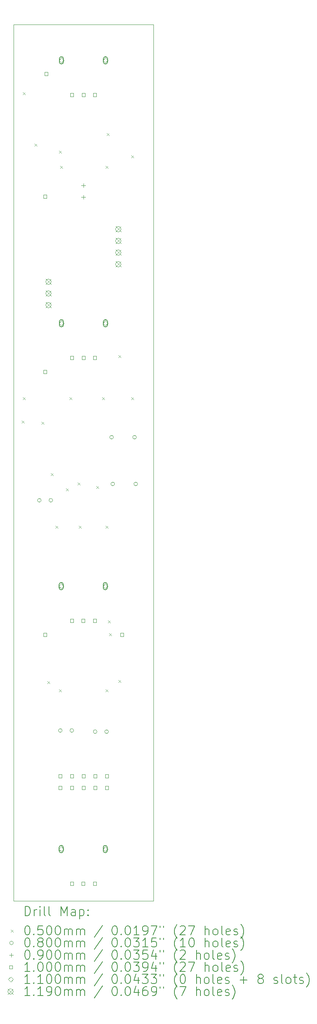
<source format=gbr>
%FSLAX45Y45*%
G04 Gerber Fmt 4.5, Leading zero omitted, Abs format (unit mm)*
G04 Created by KiCad (PCBNEW 6.0.5+dfsg-1~bpo11+1) date 2022-08-16 14:52:49*
%MOMM*%
%LPD*%
G01*
G04 APERTURE LIST*
%TA.AperFunction,Profile*%
%ADD10C,0.100000*%
%TD*%
%ADD11C,0.200000*%
%ADD12C,0.050000*%
%ADD13C,0.080000*%
%ADD14C,0.090000*%
%ADD15C,0.100000*%
%ADD16C,0.110000*%
%ADD17C,0.119000*%
G04 APERTURE END LIST*
D10*
X8636000Y-3810000D02*
X8636000Y-22860000D01*
X8636000Y-22860000D02*
X11684000Y-22860000D01*
X11684000Y-3810000D02*
X8636000Y-3810000D01*
X11684000Y-22860000D02*
X11684000Y-3810000D01*
D11*
D12*
X8814200Y-12421000D02*
X8864200Y-12471000D01*
X8864200Y-12421000D02*
X8814200Y-12471000D01*
X8839600Y-5283600D02*
X8889600Y-5333600D01*
X8889600Y-5283600D02*
X8839600Y-5333600D01*
X8839600Y-11913000D02*
X8889600Y-11963000D01*
X8889600Y-11913000D02*
X8839600Y-11963000D01*
X9093600Y-6401200D02*
X9143600Y-6451200D01*
X9143600Y-6401200D02*
X9093600Y-6451200D01*
X9246000Y-12446400D02*
X9296000Y-12496400D01*
X9296000Y-12446400D02*
X9246000Y-12496400D01*
X9373000Y-18085200D02*
X9423000Y-18135200D01*
X9423000Y-18085200D02*
X9373000Y-18135200D01*
X9449200Y-13564000D02*
X9499200Y-13614000D01*
X9499200Y-13564000D02*
X9449200Y-13614000D01*
X9550800Y-14707000D02*
X9600800Y-14757000D01*
X9600800Y-14707000D02*
X9550800Y-14757000D01*
X9627000Y-6553600D02*
X9677000Y-6603600D01*
X9677000Y-6553600D02*
X9627000Y-6603600D01*
X9627000Y-18263000D02*
X9677000Y-18313000D01*
X9677000Y-18263000D02*
X9627000Y-18313000D01*
X9652400Y-6883800D02*
X9702400Y-6933800D01*
X9702400Y-6883800D02*
X9652400Y-6933800D01*
X9779400Y-13894200D02*
X9829400Y-13944200D01*
X9829400Y-13894200D02*
X9779400Y-13944200D01*
X9855600Y-11913000D02*
X9905600Y-11963000D01*
X9905600Y-11913000D02*
X9855600Y-11963000D01*
X10033400Y-13767200D02*
X10083400Y-13817200D01*
X10083400Y-13767200D02*
X10033400Y-13817200D01*
X10058800Y-14707000D02*
X10108800Y-14757000D01*
X10108800Y-14707000D02*
X10058800Y-14757000D01*
X10439800Y-13843400D02*
X10489800Y-13893400D01*
X10489800Y-13843400D02*
X10439800Y-13893400D01*
X10566800Y-11913000D02*
X10616800Y-11963000D01*
X10616800Y-11913000D02*
X10566800Y-11963000D01*
X10643000Y-6883800D02*
X10693000Y-6933800D01*
X10693000Y-6883800D02*
X10643000Y-6933800D01*
X10643000Y-14707000D02*
X10693000Y-14757000D01*
X10693000Y-14707000D02*
X10643000Y-14757000D01*
X10643000Y-18263000D02*
X10693000Y-18313000D01*
X10693000Y-18263000D02*
X10643000Y-18313000D01*
X10668400Y-6172600D02*
X10718400Y-6222600D01*
X10718400Y-6172600D02*
X10668400Y-6222600D01*
X10693800Y-16764400D02*
X10743800Y-16814400D01*
X10743800Y-16764400D02*
X10693800Y-16814400D01*
X10719200Y-17043800D02*
X10769200Y-17093800D01*
X10769200Y-17043800D02*
X10719200Y-17093800D01*
X10922400Y-10998600D02*
X10972400Y-11048600D01*
X10972400Y-10998600D02*
X10922400Y-11048600D01*
X10922400Y-18059800D02*
X10972400Y-18109800D01*
X10972400Y-18059800D02*
X10922400Y-18109800D01*
X11201800Y-6655200D02*
X11251800Y-6705200D01*
X11251800Y-6655200D02*
X11201800Y-6705200D01*
X11201800Y-11913000D02*
X11251800Y-11963000D01*
X11251800Y-11913000D02*
X11201800Y-11963000D01*
D13*
X9238800Y-14147800D02*
G75*
G03*
X9238800Y-14147800I-40000J0D01*
G01*
X9488800Y-14147800D02*
G75*
G03*
X9488800Y-14147800I-40000J0D01*
G01*
X9696000Y-19151600D02*
G75*
G03*
X9696000Y-19151600I-40000J0D01*
G01*
X9946000Y-19151600D02*
G75*
G03*
X9946000Y-19151600I-40000J0D01*
G01*
X10454000Y-19177000D02*
G75*
G03*
X10454000Y-19177000I-40000J0D01*
G01*
X10704000Y-19177000D02*
G75*
G03*
X10704000Y-19177000I-40000J0D01*
G01*
X10813600Y-12776200D02*
G75*
G03*
X10813600Y-12776200I-40000J0D01*
G01*
X10839000Y-13792200D02*
G75*
G03*
X10839000Y-13792200I-40000J0D01*
G01*
X11313600Y-12776200D02*
G75*
G03*
X11313600Y-12776200I-40000J0D01*
G01*
X11339000Y-13792200D02*
G75*
G03*
X11339000Y-13792200I-40000J0D01*
G01*
D14*
X10160000Y-7258000D02*
X10160000Y-7348000D01*
X10115000Y-7303000D02*
X10205000Y-7303000D01*
X10160000Y-7512000D02*
X10160000Y-7602000D01*
X10115000Y-7557000D02*
X10205000Y-7557000D01*
D15*
X9357156Y-7579156D02*
X9357156Y-7508444D01*
X9286444Y-7508444D01*
X9286444Y-7579156D01*
X9357156Y-7579156D01*
X9357156Y-11389156D02*
X9357156Y-11318444D01*
X9286444Y-11318444D01*
X9286444Y-11389156D01*
X9357156Y-11389156D01*
X9357156Y-17104156D02*
X9357156Y-17033444D01*
X9286444Y-17033444D01*
X9286444Y-17104156D01*
X9357156Y-17104156D01*
X9382556Y-4912156D02*
X9382556Y-4841444D01*
X9311844Y-4841444D01*
X9311844Y-4912156D01*
X9382556Y-4912156D01*
X9687356Y-20176606D02*
X9687356Y-20105894D01*
X9616644Y-20105894D01*
X9616644Y-20176606D01*
X9687356Y-20176606D01*
X9687356Y-20430606D02*
X9687356Y-20359894D01*
X9616644Y-20359894D01*
X9616644Y-20430606D01*
X9687356Y-20430606D01*
X9941356Y-16799356D02*
X9941356Y-16728644D01*
X9870644Y-16728644D01*
X9870644Y-16799356D01*
X9941356Y-16799356D01*
X9941356Y-20176606D02*
X9941356Y-20105894D01*
X9870644Y-20105894D01*
X9870644Y-20176606D01*
X9941356Y-20176606D01*
X9941356Y-20430606D02*
X9941356Y-20359894D01*
X9870644Y-20359894D01*
X9870644Y-20430606D01*
X9941356Y-20430606D01*
X9941356Y-22514356D02*
X9941356Y-22443644D01*
X9870644Y-22443644D01*
X9870644Y-22514356D01*
X9941356Y-22514356D01*
X9945356Y-5369356D02*
X9945356Y-5298644D01*
X9874644Y-5298644D01*
X9874644Y-5369356D01*
X9945356Y-5369356D01*
X9945356Y-11084356D02*
X9945356Y-11013644D01*
X9874644Y-11013644D01*
X9874644Y-11084356D01*
X9945356Y-11084356D01*
X10191356Y-16799356D02*
X10191356Y-16728644D01*
X10120644Y-16728644D01*
X10120644Y-16799356D01*
X10191356Y-16799356D01*
X10191356Y-22514356D02*
X10191356Y-22443644D01*
X10120644Y-22443644D01*
X10120644Y-22514356D01*
X10191356Y-22514356D01*
X10195356Y-5369356D02*
X10195356Y-5298644D01*
X10124644Y-5298644D01*
X10124644Y-5369356D01*
X10195356Y-5369356D01*
X10195356Y-11084356D02*
X10195356Y-11013644D01*
X10124644Y-11013644D01*
X10124644Y-11084356D01*
X10195356Y-11084356D01*
X10195356Y-20176606D02*
X10195356Y-20105894D01*
X10124644Y-20105894D01*
X10124644Y-20176606D01*
X10195356Y-20176606D01*
X10195356Y-20430606D02*
X10195356Y-20359894D01*
X10124644Y-20359894D01*
X10124644Y-20430606D01*
X10195356Y-20430606D01*
X10441356Y-16799356D02*
X10441356Y-16728644D01*
X10370644Y-16728644D01*
X10370644Y-16799356D01*
X10441356Y-16799356D01*
X10441356Y-22514356D02*
X10441356Y-22443644D01*
X10370644Y-22443644D01*
X10370644Y-22514356D01*
X10441356Y-22514356D01*
X10445356Y-5369356D02*
X10445356Y-5298644D01*
X10374644Y-5298644D01*
X10374644Y-5369356D01*
X10445356Y-5369356D01*
X10445356Y-11084356D02*
X10445356Y-11013644D01*
X10374644Y-11013644D01*
X10374644Y-11084356D01*
X10445356Y-11084356D01*
X10449356Y-20176606D02*
X10449356Y-20105894D01*
X10378644Y-20105894D01*
X10378644Y-20176606D01*
X10449356Y-20176606D01*
X10449356Y-20430606D02*
X10449356Y-20359894D01*
X10378644Y-20359894D01*
X10378644Y-20430606D01*
X10449356Y-20430606D01*
X10703356Y-20176606D02*
X10703356Y-20105894D01*
X10632644Y-20105894D01*
X10632644Y-20176606D01*
X10703356Y-20176606D01*
X10703356Y-20430606D02*
X10703356Y-20359894D01*
X10632644Y-20359894D01*
X10632644Y-20430606D01*
X10703356Y-20430606D01*
X11033556Y-17104156D02*
X11033556Y-17033444D01*
X10962844Y-17033444D01*
X10962844Y-17104156D01*
X11033556Y-17104156D01*
D16*
X9676000Y-16069000D02*
X9731000Y-16014000D01*
X9676000Y-15959000D01*
X9621000Y-16014000D01*
X9676000Y-16069000D01*
D11*
X9721000Y-16049000D02*
X9721000Y-15979000D01*
X9631000Y-16049000D02*
X9631000Y-15979000D01*
X9721000Y-15979000D02*
G75*
G03*
X9631000Y-15979000I-45000J0D01*
G01*
X9631000Y-16049000D02*
G75*
G03*
X9721000Y-16049000I45000J0D01*
G01*
D16*
X9676000Y-21784000D02*
X9731000Y-21729000D01*
X9676000Y-21674000D01*
X9621000Y-21729000D01*
X9676000Y-21784000D01*
D11*
X9721000Y-21764000D02*
X9721000Y-21694000D01*
X9631000Y-21764000D02*
X9631000Y-21694000D01*
X9721000Y-21694000D02*
G75*
G03*
X9631000Y-21694000I-45000J0D01*
G01*
X9631000Y-21764000D02*
G75*
G03*
X9721000Y-21764000I45000J0D01*
G01*
D16*
X9680000Y-4639000D02*
X9735000Y-4584000D01*
X9680000Y-4529000D01*
X9625000Y-4584000D01*
X9680000Y-4639000D01*
D11*
X9725000Y-4619000D02*
X9725000Y-4549000D01*
X9635000Y-4619000D02*
X9635000Y-4549000D01*
X9725000Y-4549000D02*
G75*
G03*
X9635000Y-4549000I-45000J0D01*
G01*
X9635000Y-4619000D02*
G75*
G03*
X9725000Y-4619000I45000J0D01*
G01*
D16*
X9680000Y-10354000D02*
X9735000Y-10299000D01*
X9680000Y-10244000D01*
X9625000Y-10299000D01*
X9680000Y-10354000D01*
D11*
X9725000Y-10334000D02*
X9725000Y-10264000D01*
X9635000Y-10334000D02*
X9635000Y-10264000D01*
X9725000Y-10264000D02*
G75*
G03*
X9635000Y-10264000I-45000J0D01*
G01*
X9635000Y-10334000D02*
G75*
G03*
X9725000Y-10334000I45000J0D01*
G01*
D16*
X10636000Y-16069000D02*
X10691000Y-16014000D01*
X10636000Y-15959000D01*
X10581000Y-16014000D01*
X10636000Y-16069000D01*
D11*
X10681000Y-16049000D02*
X10681000Y-15979000D01*
X10591000Y-16049000D02*
X10591000Y-15979000D01*
X10681000Y-15979000D02*
G75*
G03*
X10591000Y-15979000I-45000J0D01*
G01*
X10591000Y-16049000D02*
G75*
G03*
X10681000Y-16049000I45000J0D01*
G01*
D16*
X10636000Y-21784000D02*
X10691000Y-21729000D01*
X10636000Y-21674000D01*
X10581000Y-21729000D01*
X10636000Y-21784000D01*
D11*
X10681000Y-21764000D02*
X10681000Y-21694000D01*
X10591000Y-21764000D02*
X10591000Y-21694000D01*
X10681000Y-21694000D02*
G75*
G03*
X10591000Y-21694000I-45000J0D01*
G01*
X10591000Y-21764000D02*
G75*
G03*
X10681000Y-21764000I45000J0D01*
G01*
D16*
X10640000Y-4639000D02*
X10695000Y-4584000D01*
X10640000Y-4529000D01*
X10585000Y-4584000D01*
X10640000Y-4639000D01*
D11*
X10685000Y-4619000D02*
X10685000Y-4549000D01*
X10595000Y-4619000D02*
X10595000Y-4549000D01*
X10685000Y-4549000D02*
G75*
G03*
X10595000Y-4549000I-45000J0D01*
G01*
X10595000Y-4619000D02*
G75*
G03*
X10685000Y-4619000I45000J0D01*
G01*
D16*
X10640000Y-10354000D02*
X10695000Y-10299000D01*
X10640000Y-10244000D01*
X10585000Y-10299000D01*
X10640000Y-10354000D01*
D11*
X10685000Y-10334000D02*
X10685000Y-10264000D01*
X10595000Y-10334000D02*
X10595000Y-10264000D01*
X10685000Y-10264000D02*
G75*
G03*
X10595000Y-10264000I-45000J0D01*
G01*
X10595000Y-10334000D02*
G75*
G03*
X10685000Y-10334000I45000J0D01*
G01*
D17*
X9338500Y-9338500D02*
X9457500Y-9457500D01*
X9457500Y-9338500D02*
X9338500Y-9457500D01*
X9457500Y-9398000D02*
G75*
G03*
X9457500Y-9398000I-59500J0D01*
G01*
X9338500Y-9592500D02*
X9457500Y-9711500D01*
X9457500Y-9592500D02*
X9338500Y-9711500D01*
X9457500Y-9652000D02*
G75*
G03*
X9457500Y-9652000I-59500J0D01*
G01*
X9338500Y-9846500D02*
X9457500Y-9965500D01*
X9457500Y-9846500D02*
X9338500Y-9965500D01*
X9457500Y-9906000D02*
G75*
G03*
X9457500Y-9906000I-59500J0D01*
G01*
X10860500Y-8195500D02*
X10979500Y-8314500D01*
X10979500Y-8195500D02*
X10860500Y-8314500D01*
X10979500Y-8255000D02*
G75*
G03*
X10979500Y-8255000I-59500J0D01*
G01*
X10860500Y-8449500D02*
X10979500Y-8568500D01*
X10979500Y-8449500D02*
X10860500Y-8568500D01*
X10979500Y-8509000D02*
G75*
G03*
X10979500Y-8509000I-59500J0D01*
G01*
X10860500Y-8703500D02*
X10979500Y-8822500D01*
X10979500Y-8703500D02*
X10860500Y-8822500D01*
X10979500Y-8763000D02*
G75*
G03*
X10979500Y-8763000I-59500J0D01*
G01*
X10860500Y-8957500D02*
X10979500Y-9076500D01*
X10979500Y-8957500D02*
X10860500Y-9076500D01*
X10979500Y-9017000D02*
G75*
G03*
X10979500Y-9017000I-59500J0D01*
G01*
D11*
X8888619Y-23175476D02*
X8888619Y-22975476D01*
X8936238Y-22975476D01*
X8964810Y-22985000D01*
X8983857Y-23004048D01*
X8993381Y-23023095D01*
X9002905Y-23061190D01*
X9002905Y-23089762D01*
X8993381Y-23127857D01*
X8983857Y-23146905D01*
X8964810Y-23165952D01*
X8936238Y-23175476D01*
X8888619Y-23175476D01*
X9088619Y-23175476D02*
X9088619Y-23042143D01*
X9088619Y-23080238D02*
X9098143Y-23061190D01*
X9107667Y-23051667D01*
X9126714Y-23042143D01*
X9145762Y-23042143D01*
X9212429Y-23175476D02*
X9212429Y-23042143D01*
X9212429Y-22975476D02*
X9202905Y-22985000D01*
X9212429Y-22994524D01*
X9221952Y-22985000D01*
X9212429Y-22975476D01*
X9212429Y-22994524D01*
X9336238Y-23175476D02*
X9317190Y-23165952D01*
X9307667Y-23146905D01*
X9307667Y-22975476D01*
X9441000Y-23175476D02*
X9421952Y-23165952D01*
X9412429Y-23146905D01*
X9412429Y-22975476D01*
X9669571Y-23175476D02*
X9669571Y-22975476D01*
X9736238Y-23118333D01*
X9802905Y-22975476D01*
X9802905Y-23175476D01*
X9983857Y-23175476D02*
X9983857Y-23070714D01*
X9974333Y-23051667D01*
X9955286Y-23042143D01*
X9917190Y-23042143D01*
X9898143Y-23051667D01*
X9983857Y-23165952D02*
X9964810Y-23175476D01*
X9917190Y-23175476D01*
X9898143Y-23165952D01*
X9888619Y-23146905D01*
X9888619Y-23127857D01*
X9898143Y-23108809D01*
X9917190Y-23099286D01*
X9964810Y-23099286D01*
X9983857Y-23089762D01*
X10079095Y-23042143D02*
X10079095Y-23242143D01*
X10079095Y-23051667D02*
X10098143Y-23042143D01*
X10136238Y-23042143D01*
X10155286Y-23051667D01*
X10164810Y-23061190D01*
X10174333Y-23080238D01*
X10174333Y-23137381D01*
X10164810Y-23156428D01*
X10155286Y-23165952D01*
X10136238Y-23175476D01*
X10098143Y-23175476D01*
X10079095Y-23165952D01*
X10260048Y-23156428D02*
X10269571Y-23165952D01*
X10260048Y-23175476D01*
X10250524Y-23165952D01*
X10260048Y-23156428D01*
X10260048Y-23175476D01*
X10260048Y-23051667D02*
X10269571Y-23061190D01*
X10260048Y-23070714D01*
X10250524Y-23061190D01*
X10260048Y-23051667D01*
X10260048Y-23070714D01*
D12*
X8581000Y-23480000D02*
X8631000Y-23530000D01*
X8631000Y-23480000D02*
X8581000Y-23530000D01*
D11*
X8926714Y-23395476D02*
X8945762Y-23395476D01*
X8964810Y-23405000D01*
X8974333Y-23414524D01*
X8983857Y-23433571D01*
X8993381Y-23471667D01*
X8993381Y-23519286D01*
X8983857Y-23557381D01*
X8974333Y-23576428D01*
X8964810Y-23585952D01*
X8945762Y-23595476D01*
X8926714Y-23595476D01*
X8907667Y-23585952D01*
X8898143Y-23576428D01*
X8888619Y-23557381D01*
X8879095Y-23519286D01*
X8879095Y-23471667D01*
X8888619Y-23433571D01*
X8898143Y-23414524D01*
X8907667Y-23405000D01*
X8926714Y-23395476D01*
X9079095Y-23576428D02*
X9088619Y-23585952D01*
X9079095Y-23595476D01*
X9069571Y-23585952D01*
X9079095Y-23576428D01*
X9079095Y-23595476D01*
X9269571Y-23395476D02*
X9174333Y-23395476D01*
X9164810Y-23490714D01*
X9174333Y-23481190D01*
X9193381Y-23471667D01*
X9241000Y-23471667D01*
X9260048Y-23481190D01*
X9269571Y-23490714D01*
X9279095Y-23509762D01*
X9279095Y-23557381D01*
X9269571Y-23576428D01*
X9260048Y-23585952D01*
X9241000Y-23595476D01*
X9193381Y-23595476D01*
X9174333Y-23585952D01*
X9164810Y-23576428D01*
X9402905Y-23395476D02*
X9421952Y-23395476D01*
X9441000Y-23405000D01*
X9450524Y-23414524D01*
X9460048Y-23433571D01*
X9469571Y-23471667D01*
X9469571Y-23519286D01*
X9460048Y-23557381D01*
X9450524Y-23576428D01*
X9441000Y-23585952D01*
X9421952Y-23595476D01*
X9402905Y-23595476D01*
X9383857Y-23585952D01*
X9374333Y-23576428D01*
X9364810Y-23557381D01*
X9355286Y-23519286D01*
X9355286Y-23471667D01*
X9364810Y-23433571D01*
X9374333Y-23414524D01*
X9383857Y-23405000D01*
X9402905Y-23395476D01*
X9593381Y-23395476D02*
X9612429Y-23395476D01*
X9631476Y-23405000D01*
X9641000Y-23414524D01*
X9650524Y-23433571D01*
X9660048Y-23471667D01*
X9660048Y-23519286D01*
X9650524Y-23557381D01*
X9641000Y-23576428D01*
X9631476Y-23585952D01*
X9612429Y-23595476D01*
X9593381Y-23595476D01*
X9574333Y-23585952D01*
X9564810Y-23576428D01*
X9555286Y-23557381D01*
X9545762Y-23519286D01*
X9545762Y-23471667D01*
X9555286Y-23433571D01*
X9564810Y-23414524D01*
X9574333Y-23405000D01*
X9593381Y-23395476D01*
X9745762Y-23595476D02*
X9745762Y-23462143D01*
X9745762Y-23481190D02*
X9755286Y-23471667D01*
X9774333Y-23462143D01*
X9802905Y-23462143D01*
X9821952Y-23471667D01*
X9831476Y-23490714D01*
X9831476Y-23595476D01*
X9831476Y-23490714D02*
X9841000Y-23471667D01*
X9860048Y-23462143D01*
X9888619Y-23462143D01*
X9907667Y-23471667D01*
X9917190Y-23490714D01*
X9917190Y-23595476D01*
X10012429Y-23595476D02*
X10012429Y-23462143D01*
X10012429Y-23481190D02*
X10021952Y-23471667D01*
X10041000Y-23462143D01*
X10069571Y-23462143D01*
X10088619Y-23471667D01*
X10098143Y-23490714D01*
X10098143Y-23595476D01*
X10098143Y-23490714D02*
X10107667Y-23471667D01*
X10126714Y-23462143D01*
X10155286Y-23462143D01*
X10174333Y-23471667D01*
X10183857Y-23490714D01*
X10183857Y-23595476D01*
X10574333Y-23385952D02*
X10402905Y-23643095D01*
X10831476Y-23395476D02*
X10850524Y-23395476D01*
X10869571Y-23405000D01*
X10879095Y-23414524D01*
X10888619Y-23433571D01*
X10898143Y-23471667D01*
X10898143Y-23519286D01*
X10888619Y-23557381D01*
X10879095Y-23576428D01*
X10869571Y-23585952D01*
X10850524Y-23595476D01*
X10831476Y-23595476D01*
X10812429Y-23585952D01*
X10802905Y-23576428D01*
X10793381Y-23557381D01*
X10783857Y-23519286D01*
X10783857Y-23471667D01*
X10793381Y-23433571D01*
X10802905Y-23414524D01*
X10812429Y-23405000D01*
X10831476Y-23395476D01*
X10983857Y-23576428D02*
X10993381Y-23585952D01*
X10983857Y-23595476D01*
X10974333Y-23585952D01*
X10983857Y-23576428D01*
X10983857Y-23595476D01*
X11117190Y-23395476D02*
X11136238Y-23395476D01*
X11155286Y-23405000D01*
X11164810Y-23414524D01*
X11174333Y-23433571D01*
X11183857Y-23471667D01*
X11183857Y-23519286D01*
X11174333Y-23557381D01*
X11164810Y-23576428D01*
X11155286Y-23585952D01*
X11136238Y-23595476D01*
X11117190Y-23595476D01*
X11098143Y-23585952D01*
X11088619Y-23576428D01*
X11079095Y-23557381D01*
X11069571Y-23519286D01*
X11069571Y-23471667D01*
X11079095Y-23433571D01*
X11088619Y-23414524D01*
X11098143Y-23405000D01*
X11117190Y-23395476D01*
X11374333Y-23595476D02*
X11260048Y-23595476D01*
X11317190Y-23595476D02*
X11317190Y-23395476D01*
X11298143Y-23424048D01*
X11279095Y-23443095D01*
X11260048Y-23452619D01*
X11469571Y-23595476D02*
X11507667Y-23595476D01*
X11526714Y-23585952D01*
X11536238Y-23576428D01*
X11555286Y-23547857D01*
X11564809Y-23509762D01*
X11564809Y-23433571D01*
X11555286Y-23414524D01*
X11545762Y-23405000D01*
X11526714Y-23395476D01*
X11488619Y-23395476D01*
X11469571Y-23405000D01*
X11460048Y-23414524D01*
X11450524Y-23433571D01*
X11450524Y-23481190D01*
X11460048Y-23500238D01*
X11469571Y-23509762D01*
X11488619Y-23519286D01*
X11526714Y-23519286D01*
X11545762Y-23509762D01*
X11555286Y-23500238D01*
X11564809Y-23481190D01*
X11631476Y-23395476D02*
X11764809Y-23395476D01*
X11679095Y-23595476D01*
X11831476Y-23395476D02*
X11831476Y-23433571D01*
X11907667Y-23395476D02*
X11907667Y-23433571D01*
X12202905Y-23671667D02*
X12193381Y-23662143D01*
X12174333Y-23633571D01*
X12164809Y-23614524D01*
X12155286Y-23585952D01*
X12145762Y-23538333D01*
X12145762Y-23500238D01*
X12155286Y-23452619D01*
X12164809Y-23424048D01*
X12174333Y-23405000D01*
X12193381Y-23376428D01*
X12202905Y-23366905D01*
X12269571Y-23414524D02*
X12279095Y-23405000D01*
X12298143Y-23395476D01*
X12345762Y-23395476D01*
X12364809Y-23405000D01*
X12374333Y-23414524D01*
X12383857Y-23433571D01*
X12383857Y-23452619D01*
X12374333Y-23481190D01*
X12260048Y-23595476D01*
X12383857Y-23595476D01*
X12450524Y-23395476D02*
X12583857Y-23395476D01*
X12498143Y-23595476D01*
X12812428Y-23595476D02*
X12812428Y-23395476D01*
X12898143Y-23595476D02*
X12898143Y-23490714D01*
X12888619Y-23471667D01*
X12869571Y-23462143D01*
X12841000Y-23462143D01*
X12821952Y-23471667D01*
X12812428Y-23481190D01*
X13021952Y-23595476D02*
X13002905Y-23585952D01*
X12993381Y-23576428D01*
X12983857Y-23557381D01*
X12983857Y-23500238D01*
X12993381Y-23481190D01*
X13002905Y-23471667D01*
X13021952Y-23462143D01*
X13050524Y-23462143D01*
X13069571Y-23471667D01*
X13079095Y-23481190D01*
X13088619Y-23500238D01*
X13088619Y-23557381D01*
X13079095Y-23576428D01*
X13069571Y-23585952D01*
X13050524Y-23595476D01*
X13021952Y-23595476D01*
X13202905Y-23595476D02*
X13183857Y-23585952D01*
X13174333Y-23566905D01*
X13174333Y-23395476D01*
X13355286Y-23585952D02*
X13336238Y-23595476D01*
X13298143Y-23595476D01*
X13279095Y-23585952D01*
X13269571Y-23566905D01*
X13269571Y-23490714D01*
X13279095Y-23471667D01*
X13298143Y-23462143D01*
X13336238Y-23462143D01*
X13355286Y-23471667D01*
X13364809Y-23490714D01*
X13364809Y-23509762D01*
X13269571Y-23528809D01*
X13441000Y-23585952D02*
X13460048Y-23595476D01*
X13498143Y-23595476D01*
X13517190Y-23585952D01*
X13526714Y-23566905D01*
X13526714Y-23557381D01*
X13517190Y-23538333D01*
X13498143Y-23528809D01*
X13469571Y-23528809D01*
X13450524Y-23519286D01*
X13441000Y-23500238D01*
X13441000Y-23490714D01*
X13450524Y-23471667D01*
X13469571Y-23462143D01*
X13498143Y-23462143D01*
X13517190Y-23471667D01*
X13593381Y-23671667D02*
X13602905Y-23662143D01*
X13621952Y-23633571D01*
X13631476Y-23614524D01*
X13641000Y-23585952D01*
X13650524Y-23538333D01*
X13650524Y-23500238D01*
X13641000Y-23452619D01*
X13631476Y-23424048D01*
X13621952Y-23405000D01*
X13602905Y-23376428D01*
X13593381Y-23366905D01*
D13*
X8631000Y-23769000D02*
G75*
G03*
X8631000Y-23769000I-40000J0D01*
G01*
D11*
X8926714Y-23659476D02*
X8945762Y-23659476D01*
X8964810Y-23669000D01*
X8974333Y-23678524D01*
X8983857Y-23697571D01*
X8993381Y-23735667D01*
X8993381Y-23783286D01*
X8983857Y-23821381D01*
X8974333Y-23840428D01*
X8964810Y-23849952D01*
X8945762Y-23859476D01*
X8926714Y-23859476D01*
X8907667Y-23849952D01*
X8898143Y-23840428D01*
X8888619Y-23821381D01*
X8879095Y-23783286D01*
X8879095Y-23735667D01*
X8888619Y-23697571D01*
X8898143Y-23678524D01*
X8907667Y-23669000D01*
X8926714Y-23659476D01*
X9079095Y-23840428D02*
X9088619Y-23849952D01*
X9079095Y-23859476D01*
X9069571Y-23849952D01*
X9079095Y-23840428D01*
X9079095Y-23859476D01*
X9202905Y-23745190D02*
X9183857Y-23735667D01*
X9174333Y-23726143D01*
X9164810Y-23707095D01*
X9164810Y-23697571D01*
X9174333Y-23678524D01*
X9183857Y-23669000D01*
X9202905Y-23659476D01*
X9241000Y-23659476D01*
X9260048Y-23669000D01*
X9269571Y-23678524D01*
X9279095Y-23697571D01*
X9279095Y-23707095D01*
X9269571Y-23726143D01*
X9260048Y-23735667D01*
X9241000Y-23745190D01*
X9202905Y-23745190D01*
X9183857Y-23754714D01*
X9174333Y-23764238D01*
X9164810Y-23783286D01*
X9164810Y-23821381D01*
X9174333Y-23840428D01*
X9183857Y-23849952D01*
X9202905Y-23859476D01*
X9241000Y-23859476D01*
X9260048Y-23849952D01*
X9269571Y-23840428D01*
X9279095Y-23821381D01*
X9279095Y-23783286D01*
X9269571Y-23764238D01*
X9260048Y-23754714D01*
X9241000Y-23745190D01*
X9402905Y-23659476D02*
X9421952Y-23659476D01*
X9441000Y-23669000D01*
X9450524Y-23678524D01*
X9460048Y-23697571D01*
X9469571Y-23735667D01*
X9469571Y-23783286D01*
X9460048Y-23821381D01*
X9450524Y-23840428D01*
X9441000Y-23849952D01*
X9421952Y-23859476D01*
X9402905Y-23859476D01*
X9383857Y-23849952D01*
X9374333Y-23840428D01*
X9364810Y-23821381D01*
X9355286Y-23783286D01*
X9355286Y-23735667D01*
X9364810Y-23697571D01*
X9374333Y-23678524D01*
X9383857Y-23669000D01*
X9402905Y-23659476D01*
X9593381Y-23659476D02*
X9612429Y-23659476D01*
X9631476Y-23669000D01*
X9641000Y-23678524D01*
X9650524Y-23697571D01*
X9660048Y-23735667D01*
X9660048Y-23783286D01*
X9650524Y-23821381D01*
X9641000Y-23840428D01*
X9631476Y-23849952D01*
X9612429Y-23859476D01*
X9593381Y-23859476D01*
X9574333Y-23849952D01*
X9564810Y-23840428D01*
X9555286Y-23821381D01*
X9545762Y-23783286D01*
X9545762Y-23735667D01*
X9555286Y-23697571D01*
X9564810Y-23678524D01*
X9574333Y-23669000D01*
X9593381Y-23659476D01*
X9745762Y-23859476D02*
X9745762Y-23726143D01*
X9745762Y-23745190D02*
X9755286Y-23735667D01*
X9774333Y-23726143D01*
X9802905Y-23726143D01*
X9821952Y-23735667D01*
X9831476Y-23754714D01*
X9831476Y-23859476D01*
X9831476Y-23754714D02*
X9841000Y-23735667D01*
X9860048Y-23726143D01*
X9888619Y-23726143D01*
X9907667Y-23735667D01*
X9917190Y-23754714D01*
X9917190Y-23859476D01*
X10012429Y-23859476D02*
X10012429Y-23726143D01*
X10012429Y-23745190D02*
X10021952Y-23735667D01*
X10041000Y-23726143D01*
X10069571Y-23726143D01*
X10088619Y-23735667D01*
X10098143Y-23754714D01*
X10098143Y-23859476D01*
X10098143Y-23754714D02*
X10107667Y-23735667D01*
X10126714Y-23726143D01*
X10155286Y-23726143D01*
X10174333Y-23735667D01*
X10183857Y-23754714D01*
X10183857Y-23859476D01*
X10574333Y-23649952D02*
X10402905Y-23907095D01*
X10831476Y-23659476D02*
X10850524Y-23659476D01*
X10869571Y-23669000D01*
X10879095Y-23678524D01*
X10888619Y-23697571D01*
X10898143Y-23735667D01*
X10898143Y-23783286D01*
X10888619Y-23821381D01*
X10879095Y-23840428D01*
X10869571Y-23849952D01*
X10850524Y-23859476D01*
X10831476Y-23859476D01*
X10812429Y-23849952D01*
X10802905Y-23840428D01*
X10793381Y-23821381D01*
X10783857Y-23783286D01*
X10783857Y-23735667D01*
X10793381Y-23697571D01*
X10802905Y-23678524D01*
X10812429Y-23669000D01*
X10831476Y-23659476D01*
X10983857Y-23840428D02*
X10993381Y-23849952D01*
X10983857Y-23859476D01*
X10974333Y-23849952D01*
X10983857Y-23840428D01*
X10983857Y-23859476D01*
X11117190Y-23659476D02*
X11136238Y-23659476D01*
X11155286Y-23669000D01*
X11164810Y-23678524D01*
X11174333Y-23697571D01*
X11183857Y-23735667D01*
X11183857Y-23783286D01*
X11174333Y-23821381D01*
X11164810Y-23840428D01*
X11155286Y-23849952D01*
X11136238Y-23859476D01*
X11117190Y-23859476D01*
X11098143Y-23849952D01*
X11088619Y-23840428D01*
X11079095Y-23821381D01*
X11069571Y-23783286D01*
X11069571Y-23735667D01*
X11079095Y-23697571D01*
X11088619Y-23678524D01*
X11098143Y-23669000D01*
X11117190Y-23659476D01*
X11250524Y-23659476D02*
X11374333Y-23659476D01*
X11307667Y-23735667D01*
X11336238Y-23735667D01*
X11355286Y-23745190D01*
X11364809Y-23754714D01*
X11374333Y-23773762D01*
X11374333Y-23821381D01*
X11364809Y-23840428D01*
X11355286Y-23849952D01*
X11336238Y-23859476D01*
X11279095Y-23859476D01*
X11260048Y-23849952D01*
X11250524Y-23840428D01*
X11564809Y-23859476D02*
X11450524Y-23859476D01*
X11507667Y-23859476D02*
X11507667Y-23659476D01*
X11488619Y-23688048D01*
X11469571Y-23707095D01*
X11450524Y-23716619D01*
X11745762Y-23659476D02*
X11650524Y-23659476D01*
X11641000Y-23754714D01*
X11650524Y-23745190D01*
X11669571Y-23735667D01*
X11717190Y-23735667D01*
X11736238Y-23745190D01*
X11745762Y-23754714D01*
X11755286Y-23773762D01*
X11755286Y-23821381D01*
X11745762Y-23840428D01*
X11736238Y-23849952D01*
X11717190Y-23859476D01*
X11669571Y-23859476D01*
X11650524Y-23849952D01*
X11641000Y-23840428D01*
X11831476Y-23659476D02*
X11831476Y-23697571D01*
X11907667Y-23659476D02*
X11907667Y-23697571D01*
X12202905Y-23935667D02*
X12193381Y-23926143D01*
X12174333Y-23897571D01*
X12164809Y-23878524D01*
X12155286Y-23849952D01*
X12145762Y-23802333D01*
X12145762Y-23764238D01*
X12155286Y-23716619D01*
X12164809Y-23688048D01*
X12174333Y-23669000D01*
X12193381Y-23640428D01*
X12202905Y-23630905D01*
X12383857Y-23859476D02*
X12269571Y-23859476D01*
X12326714Y-23859476D02*
X12326714Y-23659476D01*
X12307667Y-23688048D01*
X12288619Y-23707095D01*
X12269571Y-23716619D01*
X12507667Y-23659476D02*
X12526714Y-23659476D01*
X12545762Y-23669000D01*
X12555286Y-23678524D01*
X12564809Y-23697571D01*
X12574333Y-23735667D01*
X12574333Y-23783286D01*
X12564809Y-23821381D01*
X12555286Y-23840428D01*
X12545762Y-23849952D01*
X12526714Y-23859476D01*
X12507667Y-23859476D01*
X12488619Y-23849952D01*
X12479095Y-23840428D01*
X12469571Y-23821381D01*
X12460048Y-23783286D01*
X12460048Y-23735667D01*
X12469571Y-23697571D01*
X12479095Y-23678524D01*
X12488619Y-23669000D01*
X12507667Y-23659476D01*
X12812428Y-23859476D02*
X12812428Y-23659476D01*
X12898143Y-23859476D02*
X12898143Y-23754714D01*
X12888619Y-23735667D01*
X12869571Y-23726143D01*
X12841000Y-23726143D01*
X12821952Y-23735667D01*
X12812428Y-23745190D01*
X13021952Y-23859476D02*
X13002905Y-23849952D01*
X12993381Y-23840428D01*
X12983857Y-23821381D01*
X12983857Y-23764238D01*
X12993381Y-23745190D01*
X13002905Y-23735667D01*
X13021952Y-23726143D01*
X13050524Y-23726143D01*
X13069571Y-23735667D01*
X13079095Y-23745190D01*
X13088619Y-23764238D01*
X13088619Y-23821381D01*
X13079095Y-23840428D01*
X13069571Y-23849952D01*
X13050524Y-23859476D01*
X13021952Y-23859476D01*
X13202905Y-23859476D02*
X13183857Y-23849952D01*
X13174333Y-23830905D01*
X13174333Y-23659476D01*
X13355286Y-23849952D02*
X13336238Y-23859476D01*
X13298143Y-23859476D01*
X13279095Y-23849952D01*
X13269571Y-23830905D01*
X13269571Y-23754714D01*
X13279095Y-23735667D01*
X13298143Y-23726143D01*
X13336238Y-23726143D01*
X13355286Y-23735667D01*
X13364809Y-23754714D01*
X13364809Y-23773762D01*
X13269571Y-23792809D01*
X13441000Y-23849952D02*
X13460048Y-23859476D01*
X13498143Y-23859476D01*
X13517190Y-23849952D01*
X13526714Y-23830905D01*
X13526714Y-23821381D01*
X13517190Y-23802333D01*
X13498143Y-23792809D01*
X13469571Y-23792809D01*
X13450524Y-23783286D01*
X13441000Y-23764238D01*
X13441000Y-23754714D01*
X13450524Y-23735667D01*
X13469571Y-23726143D01*
X13498143Y-23726143D01*
X13517190Y-23735667D01*
X13593381Y-23935667D02*
X13602905Y-23926143D01*
X13621952Y-23897571D01*
X13631476Y-23878524D01*
X13641000Y-23849952D01*
X13650524Y-23802333D01*
X13650524Y-23764238D01*
X13641000Y-23716619D01*
X13631476Y-23688048D01*
X13621952Y-23669000D01*
X13602905Y-23640428D01*
X13593381Y-23630905D01*
D14*
X8586000Y-23988000D02*
X8586000Y-24078000D01*
X8541000Y-24033000D02*
X8631000Y-24033000D01*
D11*
X8926714Y-23923476D02*
X8945762Y-23923476D01*
X8964810Y-23933000D01*
X8974333Y-23942524D01*
X8983857Y-23961571D01*
X8993381Y-23999667D01*
X8993381Y-24047286D01*
X8983857Y-24085381D01*
X8974333Y-24104428D01*
X8964810Y-24113952D01*
X8945762Y-24123476D01*
X8926714Y-24123476D01*
X8907667Y-24113952D01*
X8898143Y-24104428D01*
X8888619Y-24085381D01*
X8879095Y-24047286D01*
X8879095Y-23999667D01*
X8888619Y-23961571D01*
X8898143Y-23942524D01*
X8907667Y-23933000D01*
X8926714Y-23923476D01*
X9079095Y-24104428D02*
X9088619Y-24113952D01*
X9079095Y-24123476D01*
X9069571Y-24113952D01*
X9079095Y-24104428D01*
X9079095Y-24123476D01*
X9183857Y-24123476D02*
X9221952Y-24123476D01*
X9241000Y-24113952D01*
X9250524Y-24104428D01*
X9269571Y-24075857D01*
X9279095Y-24037762D01*
X9279095Y-23961571D01*
X9269571Y-23942524D01*
X9260048Y-23933000D01*
X9241000Y-23923476D01*
X9202905Y-23923476D01*
X9183857Y-23933000D01*
X9174333Y-23942524D01*
X9164810Y-23961571D01*
X9164810Y-24009190D01*
X9174333Y-24028238D01*
X9183857Y-24037762D01*
X9202905Y-24047286D01*
X9241000Y-24047286D01*
X9260048Y-24037762D01*
X9269571Y-24028238D01*
X9279095Y-24009190D01*
X9402905Y-23923476D02*
X9421952Y-23923476D01*
X9441000Y-23933000D01*
X9450524Y-23942524D01*
X9460048Y-23961571D01*
X9469571Y-23999667D01*
X9469571Y-24047286D01*
X9460048Y-24085381D01*
X9450524Y-24104428D01*
X9441000Y-24113952D01*
X9421952Y-24123476D01*
X9402905Y-24123476D01*
X9383857Y-24113952D01*
X9374333Y-24104428D01*
X9364810Y-24085381D01*
X9355286Y-24047286D01*
X9355286Y-23999667D01*
X9364810Y-23961571D01*
X9374333Y-23942524D01*
X9383857Y-23933000D01*
X9402905Y-23923476D01*
X9593381Y-23923476D02*
X9612429Y-23923476D01*
X9631476Y-23933000D01*
X9641000Y-23942524D01*
X9650524Y-23961571D01*
X9660048Y-23999667D01*
X9660048Y-24047286D01*
X9650524Y-24085381D01*
X9641000Y-24104428D01*
X9631476Y-24113952D01*
X9612429Y-24123476D01*
X9593381Y-24123476D01*
X9574333Y-24113952D01*
X9564810Y-24104428D01*
X9555286Y-24085381D01*
X9545762Y-24047286D01*
X9545762Y-23999667D01*
X9555286Y-23961571D01*
X9564810Y-23942524D01*
X9574333Y-23933000D01*
X9593381Y-23923476D01*
X9745762Y-24123476D02*
X9745762Y-23990143D01*
X9745762Y-24009190D02*
X9755286Y-23999667D01*
X9774333Y-23990143D01*
X9802905Y-23990143D01*
X9821952Y-23999667D01*
X9831476Y-24018714D01*
X9831476Y-24123476D01*
X9831476Y-24018714D02*
X9841000Y-23999667D01*
X9860048Y-23990143D01*
X9888619Y-23990143D01*
X9907667Y-23999667D01*
X9917190Y-24018714D01*
X9917190Y-24123476D01*
X10012429Y-24123476D02*
X10012429Y-23990143D01*
X10012429Y-24009190D02*
X10021952Y-23999667D01*
X10041000Y-23990143D01*
X10069571Y-23990143D01*
X10088619Y-23999667D01*
X10098143Y-24018714D01*
X10098143Y-24123476D01*
X10098143Y-24018714D02*
X10107667Y-23999667D01*
X10126714Y-23990143D01*
X10155286Y-23990143D01*
X10174333Y-23999667D01*
X10183857Y-24018714D01*
X10183857Y-24123476D01*
X10574333Y-23913952D02*
X10402905Y-24171095D01*
X10831476Y-23923476D02*
X10850524Y-23923476D01*
X10869571Y-23933000D01*
X10879095Y-23942524D01*
X10888619Y-23961571D01*
X10898143Y-23999667D01*
X10898143Y-24047286D01*
X10888619Y-24085381D01*
X10879095Y-24104428D01*
X10869571Y-24113952D01*
X10850524Y-24123476D01*
X10831476Y-24123476D01*
X10812429Y-24113952D01*
X10802905Y-24104428D01*
X10793381Y-24085381D01*
X10783857Y-24047286D01*
X10783857Y-23999667D01*
X10793381Y-23961571D01*
X10802905Y-23942524D01*
X10812429Y-23933000D01*
X10831476Y-23923476D01*
X10983857Y-24104428D02*
X10993381Y-24113952D01*
X10983857Y-24123476D01*
X10974333Y-24113952D01*
X10983857Y-24104428D01*
X10983857Y-24123476D01*
X11117190Y-23923476D02*
X11136238Y-23923476D01*
X11155286Y-23933000D01*
X11164810Y-23942524D01*
X11174333Y-23961571D01*
X11183857Y-23999667D01*
X11183857Y-24047286D01*
X11174333Y-24085381D01*
X11164810Y-24104428D01*
X11155286Y-24113952D01*
X11136238Y-24123476D01*
X11117190Y-24123476D01*
X11098143Y-24113952D01*
X11088619Y-24104428D01*
X11079095Y-24085381D01*
X11069571Y-24047286D01*
X11069571Y-23999667D01*
X11079095Y-23961571D01*
X11088619Y-23942524D01*
X11098143Y-23933000D01*
X11117190Y-23923476D01*
X11250524Y-23923476D02*
X11374333Y-23923476D01*
X11307667Y-23999667D01*
X11336238Y-23999667D01*
X11355286Y-24009190D01*
X11364809Y-24018714D01*
X11374333Y-24037762D01*
X11374333Y-24085381D01*
X11364809Y-24104428D01*
X11355286Y-24113952D01*
X11336238Y-24123476D01*
X11279095Y-24123476D01*
X11260048Y-24113952D01*
X11250524Y-24104428D01*
X11555286Y-23923476D02*
X11460048Y-23923476D01*
X11450524Y-24018714D01*
X11460048Y-24009190D01*
X11479095Y-23999667D01*
X11526714Y-23999667D01*
X11545762Y-24009190D01*
X11555286Y-24018714D01*
X11564809Y-24037762D01*
X11564809Y-24085381D01*
X11555286Y-24104428D01*
X11545762Y-24113952D01*
X11526714Y-24123476D01*
X11479095Y-24123476D01*
X11460048Y-24113952D01*
X11450524Y-24104428D01*
X11736238Y-23990143D02*
X11736238Y-24123476D01*
X11688619Y-23913952D02*
X11641000Y-24056809D01*
X11764809Y-24056809D01*
X11831476Y-23923476D02*
X11831476Y-23961571D01*
X11907667Y-23923476D02*
X11907667Y-23961571D01*
X12202905Y-24199667D02*
X12193381Y-24190143D01*
X12174333Y-24161571D01*
X12164809Y-24142524D01*
X12155286Y-24113952D01*
X12145762Y-24066333D01*
X12145762Y-24028238D01*
X12155286Y-23980619D01*
X12164809Y-23952048D01*
X12174333Y-23933000D01*
X12193381Y-23904428D01*
X12202905Y-23894905D01*
X12269571Y-23942524D02*
X12279095Y-23933000D01*
X12298143Y-23923476D01*
X12345762Y-23923476D01*
X12364809Y-23933000D01*
X12374333Y-23942524D01*
X12383857Y-23961571D01*
X12383857Y-23980619D01*
X12374333Y-24009190D01*
X12260048Y-24123476D01*
X12383857Y-24123476D01*
X12621952Y-24123476D02*
X12621952Y-23923476D01*
X12707667Y-24123476D02*
X12707667Y-24018714D01*
X12698143Y-23999667D01*
X12679095Y-23990143D01*
X12650524Y-23990143D01*
X12631476Y-23999667D01*
X12621952Y-24009190D01*
X12831476Y-24123476D02*
X12812428Y-24113952D01*
X12802905Y-24104428D01*
X12793381Y-24085381D01*
X12793381Y-24028238D01*
X12802905Y-24009190D01*
X12812428Y-23999667D01*
X12831476Y-23990143D01*
X12860048Y-23990143D01*
X12879095Y-23999667D01*
X12888619Y-24009190D01*
X12898143Y-24028238D01*
X12898143Y-24085381D01*
X12888619Y-24104428D01*
X12879095Y-24113952D01*
X12860048Y-24123476D01*
X12831476Y-24123476D01*
X13012428Y-24123476D02*
X12993381Y-24113952D01*
X12983857Y-24094905D01*
X12983857Y-23923476D01*
X13164809Y-24113952D02*
X13145762Y-24123476D01*
X13107667Y-24123476D01*
X13088619Y-24113952D01*
X13079095Y-24094905D01*
X13079095Y-24018714D01*
X13088619Y-23999667D01*
X13107667Y-23990143D01*
X13145762Y-23990143D01*
X13164809Y-23999667D01*
X13174333Y-24018714D01*
X13174333Y-24037762D01*
X13079095Y-24056809D01*
X13250524Y-24113952D02*
X13269571Y-24123476D01*
X13307667Y-24123476D01*
X13326714Y-24113952D01*
X13336238Y-24094905D01*
X13336238Y-24085381D01*
X13326714Y-24066333D01*
X13307667Y-24056809D01*
X13279095Y-24056809D01*
X13260048Y-24047286D01*
X13250524Y-24028238D01*
X13250524Y-24018714D01*
X13260048Y-23999667D01*
X13279095Y-23990143D01*
X13307667Y-23990143D01*
X13326714Y-23999667D01*
X13402905Y-24199667D02*
X13412428Y-24190143D01*
X13431476Y-24161571D01*
X13441000Y-24142524D01*
X13450524Y-24113952D01*
X13460048Y-24066333D01*
X13460048Y-24028238D01*
X13450524Y-23980619D01*
X13441000Y-23952048D01*
X13431476Y-23933000D01*
X13412428Y-23904428D01*
X13402905Y-23894905D01*
D15*
X8616356Y-24332356D02*
X8616356Y-24261644D01*
X8545644Y-24261644D01*
X8545644Y-24332356D01*
X8616356Y-24332356D01*
D11*
X8993381Y-24387476D02*
X8879095Y-24387476D01*
X8936238Y-24387476D02*
X8936238Y-24187476D01*
X8917190Y-24216048D01*
X8898143Y-24235095D01*
X8879095Y-24244619D01*
X9079095Y-24368428D02*
X9088619Y-24377952D01*
X9079095Y-24387476D01*
X9069571Y-24377952D01*
X9079095Y-24368428D01*
X9079095Y-24387476D01*
X9212429Y-24187476D02*
X9231476Y-24187476D01*
X9250524Y-24197000D01*
X9260048Y-24206524D01*
X9269571Y-24225571D01*
X9279095Y-24263667D01*
X9279095Y-24311286D01*
X9269571Y-24349381D01*
X9260048Y-24368428D01*
X9250524Y-24377952D01*
X9231476Y-24387476D01*
X9212429Y-24387476D01*
X9193381Y-24377952D01*
X9183857Y-24368428D01*
X9174333Y-24349381D01*
X9164810Y-24311286D01*
X9164810Y-24263667D01*
X9174333Y-24225571D01*
X9183857Y-24206524D01*
X9193381Y-24197000D01*
X9212429Y-24187476D01*
X9402905Y-24187476D02*
X9421952Y-24187476D01*
X9441000Y-24197000D01*
X9450524Y-24206524D01*
X9460048Y-24225571D01*
X9469571Y-24263667D01*
X9469571Y-24311286D01*
X9460048Y-24349381D01*
X9450524Y-24368428D01*
X9441000Y-24377952D01*
X9421952Y-24387476D01*
X9402905Y-24387476D01*
X9383857Y-24377952D01*
X9374333Y-24368428D01*
X9364810Y-24349381D01*
X9355286Y-24311286D01*
X9355286Y-24263667D01*
X9364810Y-24225571D01*
X9374333Y-24206524D01*
X9383857Y-24197000D01*
X9402905Y-24187476D01*
X9593381Y-24187476D02*
X9612429Y-24187476D01*
X9631476Y-24197000D01*
X9641000Y-24206524D01*
X9650524Y-24225571D01*
X9660048Y-24263667D01*
X9660048Y-24311286D01*
X9650524Y-24349381D01*
X9641000Y-24368428D01*
X9631476Y-24377952D01*
X9612429Y-24387476D01*
X9593381Y-24387476D01*
X9574333Y-24377952D01*
X9564810Y-24368428D01*
X9555286Y-24349381D01*
X9545762Y-24311286D01*
X9545762Y-24263667D01*
X9555286Y-24225571D01*
X9564810Y-24206524D01*
X9574333Y-24197000D01*
X9593381Y-24187476D01*
X9745762Y-24387476D02*
X9745762Y-24254143D01*
X9745762Y-24273190D02*
X9755286Y-24263667D01*
X9774333Y-24254143D01*
X9802905Y-24254143D01*
X9821952Y-24263667D01*
X9831476Y-24282714D01*
X9831476Y-24387476D01*
X9831476Y-24282714D02*
X9841000Y-24263667D01*
X9860048Y-24254143D01*
X9888619Y-24254143D01*
X9907667Y-24263667D01*
X9917190Y-24282714D01*
X9917190Y-24387476D01*
X10012429Y-24387476D02*
X10012429Y-24254143D01*
X10012429Y-24273190D02*
X10021952Y-24263667D01*
X10041000Y-24254143D01*
X10069571Y-24254143D01*
X10088619Y-24263667D01*
X10098143Y-24282714D01*
X10098143Y-24387476D01*
X10098143Y-24282714D02*
X10107667Y-24263667D01*
X10126714Y-24254143D01*
X10155286Y-24254143D01*
X10174333Y-24263667D01*
X10183857Y-24282714D01*
X10183857Y-24387476D01*
X10574333Y-24177952D02*
X10402905Y-24435095D01*
X10831476Y-24187476D02*
X10850524Y-24187476D01*
X10869571Y-24197000D01*
X10879095Y-24206524D01*
X10888619Y-24225571D01*
X10898143Y-24263667D01*
X10898143Y-24311286D01*
X10888619Y-24349381D01*
X10879095Y-24368428D01*
X10869571Y-24377952D01*
X10850524Y-24387476D01*
X10831476Y-24387476D01*
X10812429Y-24377952D01*
X10802905Y-24368428D01*
X10793381Y-24349381D01*
X10783857Y-24311286D01*
X10783857Y-24263667D01*
X10793381Y-24225571D01*
X10802905Y-24206524D01*
X10812429Y-24197000D01*
X10831476Y-24187476D01*
X10983857Y-24368428D02*
X10993381Y-24377952D01*
X10983857Y-24387476D01*
X10974333Y-24377952D01*
X10983857Y-24368428D01*
X10983857Y-24387476D01*
X11117190Y-24187476D02*
X11136238Y-24187476D01*
X11155286Y-24197000D01*
X11164810Y-24206524D01*
X11174333Y-24225571D01*
X11183857Y-24263667D01*
X11183857Y-24311286D01*
X11174333Y-24349381D01*
X11164810Y-24368428D01*
X11155286Y-24377952D01*
X11136238Y-24387476D01*
X11117190Y-24387476D01*
X11098143Y-24377952D01*
X11088619Y-24368428D01*
X11079095Y-24349381D01*
X11069571Y-24311286D01*
X11069571Y-24263667D01*
X11079095Y-24225571D01*
X11088619Y-24206524D01*
X11098143Y-24197000D01*
X11117190Y-24187476D01*
X11250524Y-24187476D02*
X11374333Y-24187476D01*
X11307667Y-24263667D01*
X11336238Y-24263667D01*
X11355286Y-24273190D01*
X11364809Y-24282714D01*
X11374333Y-24301762D01*
X11374333Y-24349381D01*
X11364809Y-24368428D01*
X11355286Y-24377952D01*
X11336238Y-24387476D01*
X11279095Y-24387476D01*
X11260048Y-24377952D01*
X11250524Y-24368428D01*
X11469571Y-24387476D02*
X11507667Y-24387476D01*
X11526714Y-24377952D01*
X11536238Y-24368428D01*
X11555286Y-24339857D01*
X11564809Y-24301762D01*
X11564809Y-24225571D01*
X11555286Y-24206524D01*
X11545762Y-24197000D01*
X11526714Y-24187476D01*
X11488619Y-24187476D01*
X11469571Y-24197000D01*
X11460048Y-24206524D01*
X11450524Y-24225571D01*
X11450524Y-24273190D01*
X11460048Y-24292238D01*
X11469571Y-24301762D01*
X11488619Y-24311286D01*
X11526714Y-24311286D01*
X11545762Y-24301762D01*
X11555286Y-24292238D01*
X11564809Y-24273190D01*
X11736238Y-24254143D02*
X11736238Y-24387476D01*
X11688619Y-24177952D02*
X11641000Y-24320809D01*
X11764809Y-24320809D01*
X11831476Y-24187476D02*
X11831476Y-24225571D01*
X11907667Y-24187476D02*
X11907667Y-24225571D01*
X12202905Y-24463667D02*
X12193381Y-24454143D01*
X12174333Y-24425571D01*
X12164809Y-24406524D01*
X12155286Y-24377952D01*
X12145762Y-24330333D01*
X12145762Y-24292238D01*
X12155286Y-24244619D01*
X12164809Y-24216048D01*
X12174333Y-24197000D01*
X12193381Y-24168428D01*
X12202905Y-24158905D01*
X12269571Y-24206524D02*
X12279095Y-24197000D01*
X12298143Y-24187476D01*
X12345762Y-24187476D01*
X12364809Y-24197000D01*
X12374333Y-24206524D01*
X12383857Y-24225571D01*
X12383857Y-24244619D01*
X12374333Y-24273190D01*
X12260048Y-24387476D01*
X12383857Y-24387476D01*
X12450524Y-24187476D02*
X12583857Y-24187476D01*
X12498143Y-24387476D01*
X12812428Y-24387476D02*
X12812428Y-24187476D01*
X12898143Y-24387476D02*
X12898143Y-24282714D01*
X12888619Y-24263667D01*
X12869571Y-24254143D01*
X12841000Y-24254143D01*
X12821952Y-24263667D01*
X12812428Y-24273190D01*
X13021952Y-24387476D02*
X13002905Y-24377952D01*
X12993381Y-24368428D01*
X12983857Y-24349381D01*
X12983857Y-24292238D01*
X12993381Y-24273190D01*
X13002905Y-24263667D01*
X13021952Y-24254143D01*
X13050524Y-24254143D01*
X13069571Y-24263667D01*
X13079095Y-24273190D01*
X13088619Y-24292238D01*
X13088619Y-24349381D01*
X13079095Y-24368428D01*
X13069571Y-24377952D01*
X13050524Y-24387476D01*
X13021952Y-24387476D01*
X13202905Y-24387476D02*
X13183857Y-24377952D01*
X13174333Y-24358905D01*
X13174333Y-24187476D01*
X13355286Y-24377952D02*
X13336238Y-24387476D01*
X13298143Y-24387476D01*
X13279095Y-24377952D01*
X13269571Y-24358905D01*
X13269571Y-24282714D01*
X13279095Y-24263667D01*
X13298143Y-24254143D01*
X13336238Y-24254143D01*
X13355286Y-24263667D01*
X13364809Y-24282714D01*
X13364809Y-24301762D01*
X13269571Y-24320809D01*
X13441000Y-24377952D02*
X13460048Y-24387476D01*
X13498143Y-24387476D01*
X13517190Y-24377952D01*
X13526714Y-24358905D01*
X13526714Y-24349381D01*
X13517190Y-24330333D01*
X13498143Y-24320809D01*
X13469571Y-24320809D01*
X13450524Y-24311286D01*
X13441000Y-24292238D01*
X13441000Y-24282714D01*
X13450524Y-24263667D01*
X13469571Y-24254143D01*
X13498143Y-24254143D01*
X13517190Y-24263667D01*
X13593381Y-24463667D02*
X13602905Y-24454143D01*
X13621952Y-24425571D01*
X13631476Y-24406524D01*
X13641000Y-24377952D01*
X13650524Y-24330333D01*
X13650524Y-24292238D01*
X13641000Y-24244619D01*
X13631476Y-24216048D01*
X13621952Y-24197000D01*
X13602905Y-24168428D01*
X13593381Y-24158905D01*
D16*
X8576000Y-24616000D02*
X8631000Y-24561000D01*
X8576000Y-24506000D01*
X8521000Y-24561000D01*
X8576000Y-24616000D01*
D11*
X8993381Y-24651476D02*
X8879095Y-24651476D01*
X8936238Y-24651476D02*
X8936238Y-24451476D01*
X8917190Y-24480048D01*
X8898143Y-24499095D01*
X8879095Y-24508619D01*
X9079095Y-24632428D02*
X9088619Y-24641952D01*
X9079095Y-24651476D01*
X9069571Y-24641952D01*
X9079095Y-24632428D01*
X9079095Y-24651476D01*
X9279095Y-24651476D02*
X9164810Y-24651476D01*
X9221952Y-24651476D02*
X9221952Y-24451476D01*
X9202905Y-24480048D01*
X9183857Y-24499095D01*
X9164810Y-24508619D01*
X9402905Y-24451476D02*
X9421952Y-24451476D01*
X9441000Y-24461000D01*
X9450524Y-24470524D01*
X9460048Y-24489571D01*
X9469571Y-24527667D01*
X9469571Y-24575286D01*
X9460048Y-24613381D01*
X9450524Y-24632428D01*
X9441000Y-24641952D01*
X9421952Y-24651476D01*
X9402905Y-24651476D01*
X9383857Y-24641952D01*
X9374333Y-24632428D01*
X9364810Y-24613381D01*
X9355286Y-24575286D01*
X9355286Y-24527667D01*
X9364810Y-24489571D01*
X9374333Y-24470524D01*
X9383857Y-24461000D01*
X9402905Y-24451476D01*
X9593381Y-24451476D02*
X9612429Y-24451476D01*
X9631476Y-24461000D01*
X9641000Y-24470524D01*
X9650524Y-24489571D01*
X9660048Y-24527667D01*
X9660048Y-24575286D01*
X9650524Y-24613381D01*
X9641000Y-24632428D01*
X9631476Y-24641952D01*
X9612429Y-24651476D01*
X9593381Y-24651476D01*
X9574333Y-24641952D01*
X9564810Y-24632428D01*
X9555286Y-24613381D01*
X9545762Y-24575286D01*
X9545762Y-24527667D01*
X9555286Y-24489571D01*
X9564810Y-24470524D01*
X9574333Y-24461000D01*
X9593381Y-24451476D01*
X9745762Y-24651476D02*
X9745762Y-24518143D01*
X9745762Y-24537190D02*
X9755286Y-24527667D01*
X9774333Y-24518143D01*
X9802905Y-24518143D01*
X9821952Y-24527667D01*
X9831476Y-24546714D01*
X9831476Y-24651476D01*
X9831476Y-24546714D02*
X9841000Y-24527667D01*
X9860048Y-24518143D01*
X9888619Y-24518143D01*
X9907667Y-24527667D01*
X9917190Y-24546714D01*
X9917190Y-24651476D01*
X10012429Y-24651476D02*
X10012429Y-24518143D01*
X10012429Y-24537190D02*
X10021952Y-24527667D01*
X10041000Y-24518143D01*
X10069571Y-24518143D01*
X10088619Y-24527667D01*
X10098143Y-24546714D01*
X10098143Y-24651476D01*
X10098143Y-24546714D02*
X10107667Y-24527667D01*
X10126714Y-24518143D01*
X10155286Y-24518143D01*
X10174333Y-24527667D01*
X10183857Y-24546714D01*
X10183857Y-24651476D01*
X10574333Y-24441952D02*
X10402905Y-24699095D01*
X10831476Y-24451476D02*
X10850524Y-24451476D01*
X10869571Y-24461000D01*
X10879095Y-24470524D01*
X10888619Y-24489571D01*
X10898143Y-24527667D01*
X10898143Y-24575286D01*
X10888619Y-24613381D01*
X10879095Y-24632428D01*
X10869571Y-24641952D01*
X10850524Y-24651476D01*
X10831476Y-24651476D01*
X10812429Y-24641952D01*
X10802905Y-24632428D01*
X10793381Y-24613381D01*
X10783857Y-24575286D01*
X10783857Y-24527667D01*
X10793381Y-24489571D01*
X10802905Y-24470524D01*
X10812429Y-24461000D01*
X10831476Y-24451476D01*
X10983857Y-24632428D02*
X10993381Y-24641952D01*
X10983857Y-24651476D01*
X10974333Y-24641952D01*
X10983857Y-24632428D01*
X10983857Y-24651476D01*
X11117190Y-24451476D02*
X11136238Y-24451476D01*
X11155286Y-24461000D01*
X11164810Y-24470524D01*
X11174333Y-24489571D01*
X11183857Y-24527667D01*
X11183857Y-24575286D01*
X11174333Y-24613381D01*
X11164810Y-24632428D01*
X11155286Y-24641952D01*
X11136238Y-24651476D01*
X11117190Y-24651476D01*
X11098143Y-24641952D01*
X11088619Y-24632428D01*
X11079095Y-24613381D01*
X11069571Y-24575286D01*
X11069571Y-24527667D01*
X11079095Y-24489571D01*
X11088619Y-24470524D01*
X11098143Y-24461000D01*
X11117190Y-24451476D01*
X11355286Y-24518143D02*
X11355286Y-24651476D01*
X11307667Y-24441952D02*
X11260048Y-24584809D01*
X11383857Y-24584809D01*
X11441000Y-24451476D02*
X11564809Y-24451476D01*
X11498143Y-24527667D01*
X11526714Y-24527667D01*
X11545762Y-24537190D01*
X11555286Y-24546714D01*
X11564809Y-24565762D01*
X11564809Y-24613381D01*
X11555286Y-24632428D01*
X11545762Y-24641952D01*
X11526714Y-24651476D01*
X11469571Y-24651476D01*
X11450524Y-24641952D01*
X11441000Y-24632428D01*
X11631476Y-24451476D02*
X11755286Y-24451476D01*
X11688619Y-24527667D01*
X11717190Y-24527667D01*
X11736238Y-24537190D01*
X11745762Y-24546714D01*
X11755286Y-24565762D01*
X11755286Y-24613381D01*
X11745762Y-24632428D01*
X11736238Y-24641952D01*
X11717190Y-24651476D01*
X11660048Y-24651476D01*
X11641000Y-24641952D01*
X11631476Y-24632428D01*
X11831476Y-24451476D02*
X11831476Y-24489571D01*
X11907667Y-24451476D02*
X11907667Y-24489571D01*
X12202905Y-24727667D02*
X12193381Y-24718143D01*
X12174333Y-24689571D01*
X12164809Y-24670524D01*
X12155286Y-24641952D01*
X12145762Y-24594333D01*
X12145762Y-24556238D01*
X12155286Y-24508619D01*
X12164809Y-24480048D01*
X12174333Y-24461000D01*
X12193381Y-24432428D01*
X12202905Y-24422905D01*
X12317190Y-24451476D02*
X12336238Y-24451476D01*
X12355286Y-24461000D01*
X12364809Y-24470524D01*
X12374333Y-24489571D01*
X12383857Y-24527667D01*
X12383857Y-24575286D01*
X12374333Y-24613381D01*
X12364809Y-24632428D01*
X12355286Y-24641952D01*
X12336238Y-24651476D01*
X12317190Y-24651476D01*
X12298143Y-24641952D01*
X12288619Y-24632428D01*
X12279095Y-24613381D01*
X12269571Y-24575286D01*
X12269571Y-24527667D01*
X12279095Y-24489571D01*
X12288619Y-24470524D01*
X12298143Y-24461000D01*
X12317190Y-24451476D01*
X12621952Y-24651476D02*
X12621952Y-24451476D01*
X12707667Y-24651476D02*
X12707667Y-24546714D01*
X12698143Y-24527667D01*
X12679095Y-24518143D01*
X12650524Y-24518143D01*
X12631476Y-24527667D01*
X12621952Y-24537190D01*
X12831476Y-24651476D02*
X12812428Y-24641952D01*
X12802905Y-24632428D01*
X12793381Y-24613381D01*
X12793381Y-24556238D01*
X12802905Y-24537190D01*
X12812428Y-24527667D01*
X12831476Y-24518143D01*
X12860048Y-24518143D01*
X12879095Y-24527667D01*
X12888619Y-24537190D01*
X12898143Y-24556238D01*
X12898143Y-24613381D01*
X12888619Y-24632428D01*
X12879095Y-24641952D01*
X12860048Y-24651476D01*
X12831476Y-24651476D01*
X13012428Y-24651476D02*
X12993381Y-24641952D01*
X12983857Y-24622905D01*
X12983857Y-24451476D01*
X13164809Y-24641952D02*
X13145762Y-24651476D01*
X13107667Y-24651476D01*
X13088619Y-24641952D01*
X13079095Y-24622905D01*
X13079095Y-24546714D01*
X13088619Y-24527667D01*
X13107667Y-24518143D01*
X13145762Y-24518143D01*
X13164809Y-24527667D01*
X13174333Y-24546714D01*
X13174333Y-24565762D01*
X13079095Y-24584809D01*
X13250524Y-24641952D02*
X13269571Y-24651476D01*
X13307667Y-24651476D01*
X13326714Y-24641952D01*
X13336238Y-24622905D01*
X13336238Y-24613381D01*
X13326714Y-24594333D01*
X13307667Y-24584809D01*
X13279095Y-24584809D01*
X13260048Y-24575286D01*
X13250524Y-24556238D01*
X13250524Y-24546714D01*
X13260048Y-24527667D01*
X13279095Y-24518143D01*
X13307667Y-24518143D01*
X13326714Y-24527667D01*
X13574333Y-24575286D02*
X13726714Y-24575286D01*
X13650524Y-24651476D02*
X13650524Y-24499095D01*
X14002905Y-24537190D02*
X13983857Y-24527667D01*
X13974333Y-24518143D01*
X13964809Y-24499095D01*
X13964809Y-24489571D01*
X13974333Y-24470524D01*
X13983857Y-24461000D01*
X14002905Y-24451476D01*
X14041000Y-24451476D01*
X14060048Y-24461000D01*
X14069571Y-24470524D01*
X14079095Y-24489571D01*
X14079095Y-24499095D01*
X14069571Y-24518143D01*
X14060048Y-24527667D01*
X14041000Y-24537190D01*
X14002905Y-24537190D01*
X13983857Y-24546714D01*
X13974333Y-24556238D01*
X13964809Y-24575286D01*
X13964809Y-24613381D01*
X13974333Y-24632428D01*
X13983857Y-24641952D01*
X14002905Y-24651476D01*
X14041000Y-24651476D01*
X14060048Y-24641952D01*
X14069571Y-24632428D01*
X14079095Y-24613381D01*
X14079095Y-24575286D01*
X14069571Y-24556238D01*
X14060048Y-24546714D01*
X14041000Y-24537190D01*
X14307667Y-24641952D02*
X14326714Y-24651476D01*
X14364809Y-24651476D01*
X14383857Y-24641952D01*
X14393381Y-24622905D01*
X14393381Y-24613381D01*
X14383857Y-24594333D01*
X14364809Y-24584809D01*
X14336238Y-24584809D01*
X14317190Y-24575286D01*
X14307667Y-24556238D01*
X14307667Y-24546714D01*
X14317190Y-24527667D01*
X14336238Y-24518143D01*
X14364809Y-24518143D01*
X14383857Y-24527667D01*
X14507667Y-24651476D02*
X14488619Y-24641952D01*
X14479095Y-24622905D01*
X14479095Y-24451476D01*
X14612428Y-24651476D02*
X14593381Y-24641952D01*
X14583857Y-24632428D01*
X14574333Y-24613381D01*
X14574333Y-24556238D01*
X14583857Y-24537190D01*
X14593381Y-24527667D01*
X14612428Y-24518143D01*
X14641000Y-24518143D01*
X14660048Y-24527667D01*
X14669571Y-24537190D01*
X14679095Y-24556238D01*
X14679095Y-24613381D01*
X14669571Y-24632428D01*
X14660048Y-24641952D01*
X14641000Y-24651476D01*
X14612428Y-24651476D01*
X14736238Y-24518143D02*
X14812428Y-24518143D01*
X14764809Y-24451476D02*
X14764809Y-24622905D01*
X14774333Y-24641952D01*
X14793381Y-24651476D01*
X14812428Y-24651476D01*
X14869571Y-24641952D02*
X14888619Y-24651476D01*
X14926714Y-24651476D01*
X14945762Y-24641952D01*
X14955286Y-24622905D01*
X14955286Y-24613381D01*
X14945762Y-24594333D01*
X14926714Y-24584809D01*
X14898143Y-24584809D01*
X14879095Y-24575286D01*
X14869571Y-24556238D01*
X14869571Y-24546714D01*
X14879095Y-24527667D01*
X14898143Y-24518143D01*
X14926714Y-24518143D01*
X14945762Y-24527667D01*
X15021952Y-24727667D02*
X15031476Y-24718143D01*
X15050524Y-24689571D01*
X15060048Y-24670524D01*
X15069571Y-24641952D01*
X15079095Y-24594333D01*
X15079095Y-24556238D01*
X15069571Y-24508619D01*
X15060048Y-24480048D01*
X15050524Y-24461000D01*
X15031476Y-24432428D01*
X15021952Y-24422905D01*
D17*
X8512000Y-24765500D02*
X8631000Y-24884500D01*
X8631000Y-24765500D02*
X8512000Y-24884500D01*
X8631000Y-24825000D02*
G75*
G03*
X8631000Y-24825000I-59500J0D01*
G01*
D11*
X8993381Y-24915476D02*
X8879095Y-24915476D01*
X8936238Y-24915476D02*
X8936238Y-24715476D01*
X8917190Y-24744048D01*
X8898143Y-24763095D01*
X8879095Y-24772619D01*
X9079095Y-24896428D02*
X9088619Y-24905952D01*
X9079095Y-24915476D01*
X9069571Y-24905952D01*
X9079095Y-24896428D01*
X9079095Y-24915476D01*
X9279095Y-24915476D02*
X9164810Y-24915476D01*
X9221952Y-24915476D02*
X9221952Y-24715476D01*
X9202905Y-24744048D01*
X9183857Y-24763095D01*
X9164810Y-24772619D01*
X9374333Y-24915476D02*
X9412429Y-24915476D01*
X9431476Y-24905952D01*
X9441000Y-24896428D01*
X9460048Y-24867857D01*
X9469571Y-24829762D01*
X9469571Y-24753571D01*
X9460048Y-24734524D01*
X9450524Y-24725000D01*
X9431476Y-24715476D01*
X9393381Y-24715476D01*
X9374333Y-24725000D01*
X9364810Y-24734524D01*
X9355286Y-24753571D01*
X9355286Y-24801190D01*
X9364810Y-24820238D01*
X9374333Y-24829762D01*
X9393381Y-24839286D01*
X9431476Y-24839286D01*
X9450524Y-24829762D01*
X9460048Y-24820238D01*
X9469571Y-24801190D01*
X9593381Y-24715476D02*
X9612429Y-24715476D01*
X9631476Y-24725000D01*
X9641000Y-24734524D01*
X9650524Y-24753571D01*
X9660048Y-24791667D01*
X9660048Y-24839286D01*
X9650524Y-24877381D01*
X9641000Y-24896428D01*
X9631476Y-24905952D01*
X9612429Y-24915476D01*
X9593381Y-24915476D01*
X9574333Y-24905952D01*
X9564810Y-24896428D01*
X9555286Y-24877381D01*
X9545762Y-24839286D01*
X9545762Y-24791667D01*
X9555286Y-24753571D01*
X9564810Y-24734524D01*
X9574333Y-24725000D01*
X9593381Y-24715476D01*
X9745762Y-24915476D02*
X9745762Y-24782143D01*
X9745762Y-24801190D02*
X9755286Y-24791667D01*
X9774333Y-24782143D01*
X9802905Y-24782143D01*
X9821952Y-24791667D01*
X9831476Y-24810714D01*
X9831476Y-24915476D01*
X9831476Y-24810714D02*
X9841000Y-24791667D01*
X9860048Y-24782143D01*
X9888619Y-24782143D01*
X9907667Y-24791667D01*
X9917190Y-24810714D01*
X9917190Y-24915476D01*
X10012429Y-24915476D02*
X10012429Y-24782143D01*
X10012429Y-24801190D02*
X10021952Y-24791667D01*
X10041000Y-24782143D01*
X10069571Y-24782143D01*
X10088619Y-24791667D01*
X10098143Y-24810714D01*
X10098143Y-24915476D01*
X10098143Y-24810714D02*
X10107667Y-24791667D01*
X10126714Y-24782143D01*
X10155286Y-24782143D01*
X10174333Y-24791667D01*
X10183857Y-24810714D01*
X10183857Y-24915476D01*
X10574333Y-24705952D02*
X10402905Y-24963095D01*
X10831476Y-24715476D02*
X10850524Y-24715476D01*
X10869571Y-24725000D01*
X10879095Y-24734524D01*
X10888619Y-24753571D01*
X10898143Y-24791667D01*
X10898143Y-24839286D01*
X10888619Y-24877381D01*
X10879095Y-24896428D01*
X10869571Y-24905952D01*
X10850524Y-24915476D01*
X10831476Y-24915476D01*
X10812429Y-24905952D01*
X10802905Y-24896428D01*
X10793381Y-24877381D01*
X10783857Y-24839286D01*
X10783857Y-24791667D01*
X10793381Y-24753571D01*
X10802905Y-24734524D01*
X10812429Y-24725000D01*
X10831476Y-24715476D01*
X10983857Y-24896428D02*
X10993381Y-24905952D01*
X10983857Y-24915476D01*
X10974333Y-24905952D01*
X10983857Y-24896428D01*
X10983857Y-24915476D01*
X11117190Y-24715476D02*
X11136238Y-24715476D01*
X11155286Y-24725000D01*
X11164810Y-24734524D01*
X11174333Y-24753571D01*
X11183857Y-24791667D01*
X11183857Y-24839286D01*
X11174333Y-24877381D01*
X11164810Y-24896428D01*
X11155286Y-24905952D01*
X11136238Y-24915476D01*
X11117190Y-24915476D01*
X11098143Y-24905952D01*
X11088619Y-24896428D01*
X11079095Y-24877381D01*
X11069571Y-24839286D01*
X11069571Y-24791667D01*
X11079095Y-24753571D01*
X11088619Y-24734524D01*
X11098143Y-24725000D01*
X11117190Y-24715476D01*
X11355286Y-24782143D02*
X11355286Y-24915476D01*
X11307667Y-24705952D02*
X11260048Y-24848809D01*
X11383857Y-24848809D01*
X11545762Y-24715476D02*
X11507667Y-24715476D01*
X11488619Y-24725000D01*
X11479095Y-24734524D01*
X11460048Y-24763095D01*
X11450524Y-24801190D01*
X11450524Y-24877381D01*
X11460048Y-24896428D01*
X11469571Y-24905952D01*
X11488619Y-24915476D01*
X11526714Y-24915476D01*
X11545762Y-24905952D01*
X11555286Y-24896428D01*
X11564809Y-24877381D01*
X11564809Y-24829762D01*
X11555286Y-24810714D01*
X11545762Y-24801190D01*
X11526714Y-24791667D01*
X11488619Y-24791667D01*
X11469571Y-24801190D01*
X11460048Y-24810714D01*
X11450524Y-24829762D01*
X11660048Y-24915476D02*
X11698143Y-24915476D01*
X11717190Y-24905952D01*
X11726714Y-24896428D01*
X11745762Y-24867857D01*
X11755286Y-24829762D01*
X11755286Y-24753571D01*
X11745762Y-24734524D01*
X11736238Y-24725000D01*
X11717190Y-24715476D01*
X11679095Y-24715476D01*
X11660048Y-24725000D01*
X11650524Y-24734524D01*
X11641000Y-24753571D01*
X11641000Y-24801190D01*
X11650524Y-24820238D01*
X11660048Y-24829762D01*
X11679095Y-24839286D01*
X11717190Y-24839286D01*
X11736238Y-24829762D01*
X11745762Y-24820238D01*
X11755286Y-24801190D01*
X11831476Y-24715476D02*
X11831476Y-24753571D01*
X11907667Y-24715476D02*
X11907667Y-24753571D01*
X12202905Y-24991667D02*
X12193381Y-24982143D01*
X12174333Y-24953571D01*
X12164809Y-24934524D01*
X12155286Y-24905952D01*
X12145762Y-24858333D01*
X12145762Y-24820238D01*
X12155286Y-24772619D01*
X12164809Y-24744048D01*
X12174333Y-24725000D01*
X12193381Y-24696428D01*
X12202905Y-24686905D01*
X12260048Y-24715476D02*
X12393381Y-24715476D01*
X12307667Y-24915476D01*
X12621952Y-24915476D02*
X12621952Y-24715476D01*
X12707667Y-24915476D02*
X12707667Y-24810714D01*
X12698143Y-24791667D01*
X12679095Y-24782143D01*
X12650524Y-24782143D01*
X12631476Y-24791667D01*
X12621952Y-24801190D01*
X12831476Y-24915476D02*
X12812428Y-24905952D01*
X12802905Y-24896428D01*
X12793381Y-24877381D01*
X12793381Y-24820238D01*
X12802905Y-24801190D01*
X12812428Y-24791667D01*
X12831476Y-24782143D01*
X12860048Y-24782143D01*
X12879095Y-24791667D01*
X12888619Y-24801190D01*
X12898143Y-24820238D01*
X12898143Y-24877381D01*
X12888619Y-24896428D01*
X12879095Y-24905952D01*
X12860048Y-24915476D01*
X12831476Y-24915476D01*
X13012428Y-24915476D02*
X12993381Y-24905952D01*
X12983857Y-24886905D01*
X12983857Y-24715476D01*
X13164809Y-24905952D02*
X13145762Y-24915476D01*
X13107667Y-24915476D01*
X13088619Y-24905952D01*
X13079095Y-24886905D01*
X13079095Y-24810714D01*
X13088619Y-24791667D01*
X13107667Y-24782143D01*
X13145762Y-24782143D01*
X13164809Y-24791667D01*
X13174333Y-24810714D01*
X13174333Y-24829762D01*
X13079095Y-24848809D01*
X13250524Y-24905952D02*
X13269571Y-24915476D01*
X13307667Y-24915476D01*
X13326714Y-24905952D01*
X13336238Y-24886905D01*
X13336238Y-24877381D01*
X13326714Y-24858333D01*
X13307667Y-24848809D01*
X13279095Y-24848809D01*
X13260048Y-24839286D01*
X13250524Y-24820238D01*
X13250524Y-24810714D01*
X13260048Y-24791667D01*
X13279095Y-24782143D01*
X13307667Y-24782143D01*
X13326714Y-24791667D01*
X13402905Y-24991667D02*
X13412428Y-24982143D01*
X13431476Y-24953571D01*
X13441000Y-24934524D01*
X13450524Y-24905952D01*
X13460048Y-24858333D01*
X13460048Y-24820238D01*
X13450524Y-24772619D01*
X13441000Y-24744048D01*
X13431476Y-24725000D01*
X13412428Y-24696428D01*
X13402905Y-24686905D01*
M02*

</source>
